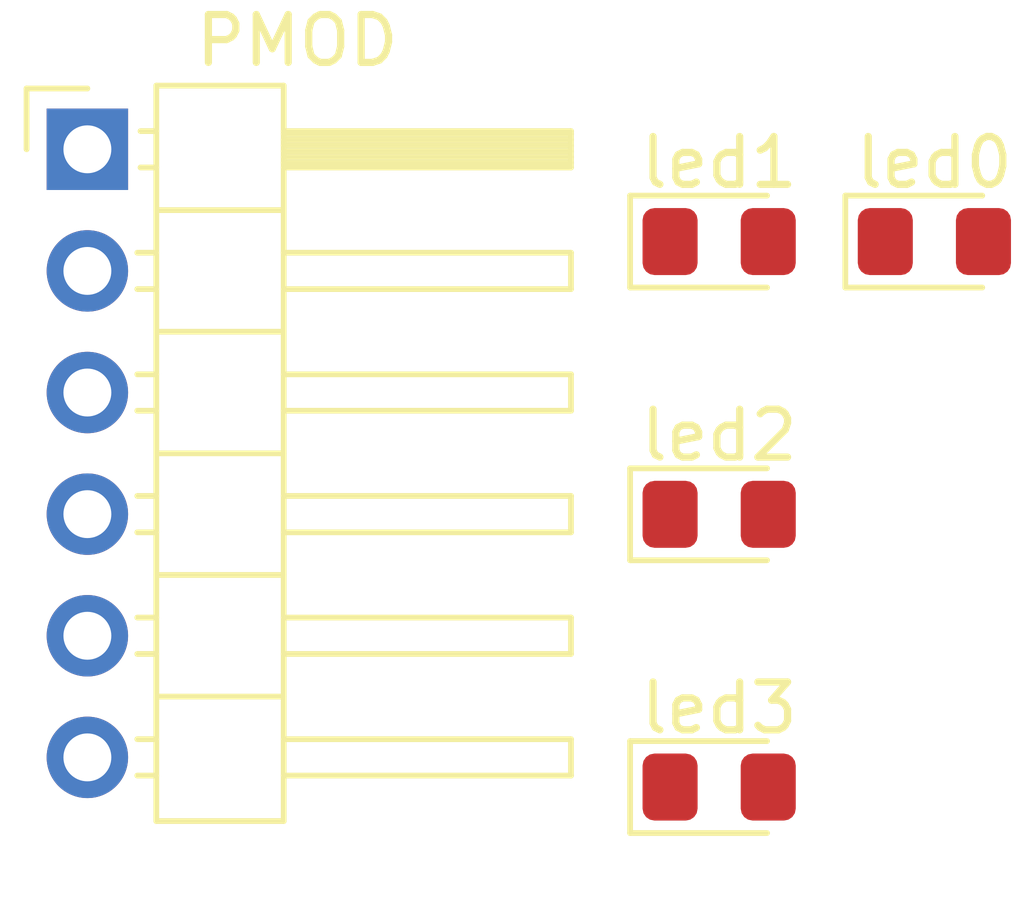
<source format=kicad_pcb>
(kicad_pcb (version 20221018) (generator pcbnew)
  (layers (0 "F.Cu" signal) (31 "B.Cu" signal) (34 "B.Paste" user) (35 "F.Paste" user) (36 "B.SilkS" user "B.Silkscreen") (37 "F.SilkS" user "F.Silkscreen") (38 "B.Mask" user) (39 "F.Mask" user) (44 "Edge.Cuts" user))
  (net 0 "")
  (net 1 "GND")
  (net 2 "VCC3V3")
  (footprint "LED_0805_2012Metric_Pad1.15x1.40mm_HandSolder" (layer "F.Cu") (at 13.195 1.927)
    (fp_text reference "led1" (at 0 -1.65) (layer "F.SilkS"))
    (fp_text value "LED")
    (fp_line (start -1.86 -0.96) (end -1.86 0.96) (stroke (width 0.12)) (layer "F.SilkS"))
    (fp_line (start -1.86 0.96) (end 1 0.96) (stroke (width 0.12)) (layer "F.SilkS"))
    (fp_line (start 1 -0.96) (end -1.86 -0.96) (stroke (width 0.12)) (layer "F.SilkS"))
    (pad "1" smd roundrect (at -1.025 0) (size 1.15 1.4) (layers "F.Cu" "F.Paste" "F.Mask") (roundrect_rratio 0.217391))
    (pad "2" smd roundrect (at 1.025 0) (size 1.15 1.4) (layers "F.Cu" "F.Paste" "F.Mask") (roundrect_rratio 0.217391))
  )
  (footprint "LED_0805_2012Metric_Pad1.15x1.40mm_HandSolder" (layer "F.Cu") (at 17.69 1.927)
    (fp_text reference "led0" (at 0 -1.65) (layer "F.SilkS"))
    (fp_text value "LED")
    (fp_line (start -1.86 -0.96) (end -1.86 0.96) (stroke (width 0.12)) (layer "F.SilkS"))
    (fp_line (start -1.86 0.96) (end 1 0.96) (stroke (width 0.12)) (layer "F.SilkS"))
    (fp_line (start 1 -0.96) (end -1.86 -0.96) (stroke (width 0.12)) (layer "F.SilkS"))
    (pad "1" smd roundrect (at -1.025 0) (size 1.15 1.4) (layers "F.Cu" "F.Paste" "F.Mask") (roundrect_rratio 0.217391))
    (pad "2" smd roundrect (at 1.025 0) (size 1.15 1.4) (layers "F.Cu" "F.Paste" "F.Mask") (roundrect_rratio 0.217391))
  )
  (footprint "LED_0805_2012Metric_Pad1.15x1.40mm_HandSolder" (layer "F.Cu") (at 13.195 13.32)
    (fp_text reference "led3" (at 0 -1.65) (layer "F.SilkS"))
    (fp_text value "LED")
    (fp_line (start -1.86 -0.96) (end -1.86 0.96) (stroke (width 0.12)) (layer "F.SilkS"))
    (fp_line (start -1.86 0.96) (end 1 0.96) (stroke (width 0.12)) (layer "F.SilkS"))
    (fp_line (start 1 -0.96) (end -1.86 -0.96) (stroke (width 0.12)) (layer "F.SilkS"))
    (pad "1" smd roundrect (at -1.025 0) (size 1.15 1.4) (layers "F.Cu" "F.Paste" "F.Mask") (roundrect_rratio 0.217391))
    (pad "2" smd roundrect (at 1.025 0) (size 1.15 1.4) (layers "F.Cu" "F.Paste" "F.Mask") (roundrect_rratio 0.217391))
  )
  (footprint "PinHeader_1x06_P2.54mm_Horizontal" (layer "F.Cu") (at 0 0)
    (fp_text reference "PMOD" (at 4.385 -2.27) (layer "F.SilkS"))
    (fp_text value "Conn_01x06")
    (fp_line (start -1.27 -1.27) (end 0 -1.27) (stroke (width 0.12)) (layer "F.SilkS"))
    (fp_line (start -1.27 0) (end -1.27 -1.27) (stroke (width 0.12)) (layer "F.SilkS"))
    (fp_line (start 1.042929 2.16) (end 1.44 2.16) (stroke (width 0.12)) (layer "F.SilkS"))
    (fp_line (start 1.042929 2.92) (end 1.44 2.92) (stroke (width 0.12)) (layer "F.SilkS"))
    (fp_line (start 1.042929 4.7) (end 1.44 4.7) (stroke (width 0.12)) (layer "F.SilkS"))
    (fp_line (start 1.042929 5.46) (end 1.44 5.46) (stroke (width 0.12)) (layer "F.SilkS"))
    (fp_line (start 1.042929 7.24) (end 1.44 7.24) (stroke (width 0.12)) (layer "F.SilkS"))
    (fp_line (start 1.042929 8) (end 1.44 8) (stroke (width 0.12)) (layer "F.SilkS"))
    (fp_line (start 1.042929 9.78) (end 1.44 9.78) (stroke (width 0.12)) (layer "F.SilkS"))
    (fp_line (start 1.042929 10.54) (end 1.44 10.54) (stroke (width 0.12)) (layer "F.SilkS"))
    (fp_line (start 1.042929 12.32) (end 1.44 12.32) (stroke (width 0.12)) (layer "F.SilkS"))
    (fp_line (start 1.042929 13.08) (end 1.44 13.08) (stroke (width 0.12)) (layer "F.SilkS"))
    (fp_line (start 1.11 -0.38) (end 1.44 -0.38) (stroke (width 0.12)) (layer "F.SilkS"))
    (fp_line (start 1.11 0.38) (end 1.44 0.38) (stroke (width 0.12)) (layer "F.SilkS"))
    (fp_line (start 1.44 -1.33) (end 1.44 14.03) (stroke (width 0.12)) (layer "F.SilkS"))
    (fp_line (start 1.44 1.27) (end 4.1 1.27) (stroke (width 0.12)) (layer "F.SilkS"))
    (fp_line (start 1.44 3.81) (end 4.1 3.81) (stroke (width 0.12)) (layer "F.SilkS"))
    (fp_line (start 1.44 6.35) (end 4.1 6.35) (stroke (width 0.12)) (layer "F.SilkS"))
    (fp_line (start 1.44 8.89) (end 4.1 8.89) (stroke (width 0.12)) (layer "F.SilkS"))
    (fp_line (start 1.44 11.43) (end 4.1 11.43) (stroke (width 0.12)) (layer "F.SilkS"))
    (fp_line (start 1.44 14.03) (end 4.1 14.03) (stroke (width 0.12)) (layer "F.SilkS"))
    (fp_line (start 4.1 -1.33) (end 1.44 -1.33) (stroke (width 0.12)) (layer "F.SilkS"))
    (fp_line (start 4.1 -0.38) (end 10.1 -0.38) (stroke (width 0.12)) (layer "F.SilkS"))
    (fp_line (start 4.1 -0.32) (end 10.1 -0.32) (stroke (width 0.12)) (layer "F.SilkS"))
    (fp_line (start 4.1 -0.2) (end 10.1 -0.2) (stroke (width 0.12)) (layer "F.SilkS"))
    (fp_line (start 4.1 -0.08) (end 10.1 -0.08) (stroke (width 0.12)) (layer "F.SilkS"))
    (fp_line (start 4.1 0.04) (end 10.1 0.04) (stroke (width 0.12)) (layer "F.SilkS"))
    (fp_line (start 4.1 0.16) (end 10.1 0.16) (stroke (width 0.12)) (layer "F.SilkS"))
    (fp_line (start 4.1 0.28) (end 10.1 0.28) (stroke (width 0.12)) (layer "F.SilkS"))
    (fp_line (start 4.1 2.16) (end 10.1 2.16) (stroke (width 0.12)) (layer "F.SilkS"))
    (fp_line (start 4.1 4.7) (end 10.1 4.7) (stroke (width 0.12)) (layer "F.SilkS"))
    (fp_line (start 4.1 7.24) (end 10.1 7.24) (stroke (width 0.12)) (layer "F.SilkS"))
    (fp_line (start 4.1 9.78) (end 10.1 9.78) (stroke (width 0.12)) (layer "F.SilkS"))
    (fp_line (start 4.1 12.32) (end 10.1 12.32) (stroke (width 0.12)) (layer "F.SilkS"))
    (fp_line (start 4.1 14.03) (end 4.1 -1.33) (stroke (width 0.12)) (layer "F.SilkS"))
    (fp_line (start 10.1 -0.38) (end 10.1 0.38) (stroke (width 0.12)) (layer "F.SilkS"))
    (fp_line (start 10.1 0.38) (end 4.1 0.38) (stroke (width 0.12)) (layer "F.SilkS"))
    (fp_line (start 10.1 2.16) (end 10.1 2.92) (stroke (width 0.12)) (layer "F.SilkS"))
    (fp_line (start 10.1 2.92) (end 4.1 2.92) (stroke (width 0.12)) (layer "F.SilkS"))
    (fp_line (start 10.1 4.7) (end 10.1 5.46) (stroke (width 0.12)) (layer "F.SilkS"))
    (fp_line (start 10.1 5.46) (end 4.1 5.46) (stroke (width 0.12)) (layer "F.SilkS"))
    (fp_line (start 10.1 7.24) (end 10.1 8) (stroke (width 0.12)) (layer "F.SilkS"))
    (fp_line (start 10.1 8) (end 4.1 8) (stroke (width 0.12)) (layer "F.SilkS"))
    (fp_line (start 10.1 9.78) (end 10.1 10.54) (stroke (width 0.12)) (layer "F.SilkS"))
    (fp_line (start 10.1 10.54) (end 4.1 10.54) (stroke (width 0.12)) (layer "F.SilkS"))
    (fp_line (start 10.1 12.32) (end 10.1 13.08) (stroke (width 0.12)) (layer "F.SilkS"))
    (fp_line (start 10.1 13.08) (end 4.1 13.08) (stroke (width 0.12)) (layer "F.SilkS"))
    (pad "1" thru_hole rect (at 0 0) (size 1.7 1.7) (drill 1) (layers "*.Cu" "*.Mask"))
    (pad "2" thru_hole oval (at 0 2.54) (size 1.7 1.7) (drill 1) (layers "*.Cu" "*.Mask"))
    (pad "3" thru_hole oval (at 0 5.08) (size 1.7 1.7) (drill 1) (layers "*.Cu" "*.Mask"))
    (pad "4" thru_hole oval (at 0 7.62) (size 1.7 1.7) (drill 1) (layers "*.Cu" "*.Mask"))
    (pad "5" thru_hole oval (at 0 10.16) (size 1.7 1.7) (drill 1) (layers "*.Cu" "*.Mask") (net 1 "GND"))
    (pad "6" thru_hole oval (at 0 12.7) (size 1.7 1.7) (drill 1) (layers "*.Cu" "*.Mask") (net 2 "VCC3V3"))
  )
  (footprint "LED_0805_2012Metric_Pad1.15x1.40mm_HandSolder" (layer "F.Cu") (at 13.195 7.6235)
    (fp_text reference "led2" (at 0 -1.65) (layer "F.SilkS"))
    (fp_text value "LED")
    (fp_line (start -1.86 -0.96) (end -1.86 0.96) (stroke (width 0.12)) (layer "F.SilkS"))
    (fp_line (start -1.86 0.96) (end 1 0.96) (stroke (width 0.12)) (layer "F.SilkS"))
    (fp_line (start 1 -0.96) (end -1.86 -0.96) (stroke (width 0.12)) (layer "F.SilkS"))
    (pad "1" smd roundrect (at -1.025 0) (size 1.15 1.4) (layers "F.Cu" "F.Paste" "F.Mask") (roundrect_rratio 0.217391))
    (pad "2" smd roundrect (at 1.025 0) (size 1.15 1.4) (layers "F.Cu" "F.Paste" "F.Mask") (roundrect_rratio 0.217391))
  )
)
</source>
